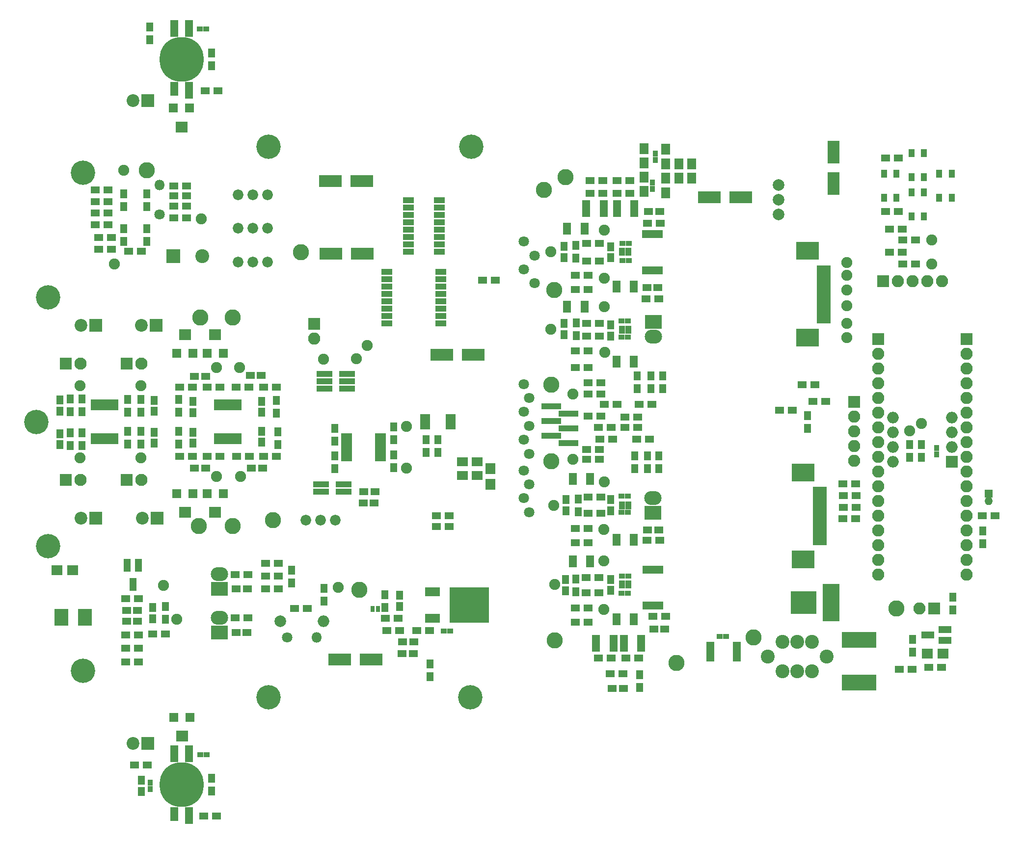
<source format=gts>
G04 #@! TF.FileFunction,Soldermask,Top*
%FSLAX46Y46*%
G04 Gerber Fmt 4.6, Leading zero omitted, Abs format (unit mm)*
G04 Created by KiCad (PCBNEW 4.0.7) date 06/22/19 17:44:06*
%MOMM*%
%LPD*%
G01*
G04 APERTURE LIST*
%ADD10C,0.100000*%
%ADD11C,1.840000*%
%ADD12R,3.000000X2.400000*%
%ADD13O,3.000000X2.400000*%
%ADD14R,2.400000X2.400000*%
%ADD15C,2.400000*%
%ADD16R,1.050000X1.450000*%
%ADD17R,2.100000X2.100000*%
%ADD18O,2.100000X2.100000*%
%ADD19R,1.400000X2.000000*%
%ADD20R,2.400000X2.900000*%
%ADD21R,1.150000X1.600000*%
%ADD22R,1.600000X1.150000*%
%ADD23C,2.000000*%
%ADD24O,2.000000X2.000000*%
%ADD25R,3.900000X2.000000*%
%ADD26R,1.900000X1.650000*%
%ADD27R,1.650000X1.900000*%
%ADD28R,1.400000X2.900000*%
%ADD29C,2.100000*%
%ADD30R,2.200000X2.200000*%
%ADD31C,2.200000*%
%ADD32R,1.300000X1.600000*%
%ADD33R,1.600000X1.300000*%
%ADD34R,1.900000X1.700000*%
%ADD35R,6.000000X2.700000*%
%ADD36R,2.800000X1.140000*%
%ADD37C,2.800000*%
%ADD38R,3.400000X1.050000*%
%ADD39R,2.400000X1.010000*%
%ADD40R,4.000000X3.080000*%
%ADD41R,2.900000X6.400000*%
%ADD42R,4.400000X3.900000*%
%ADD43R,1.700000X1.900000*%
%ADD44R,1.200000X2.200000*%
%ADD45R,2.600000X1.600000*%
%ADD46R,6.800000X6.200000*%
%ADD47R,2.300000X1.200000*%
%ADD48R,1.100000X1.400000*%
%ADD49R,1.600000X1.600000*%
%ADD50R,2.000000X1.900000*%
%ADD51R,0.850000X1.850000*%
%ADD52O,7.700000X7.700000*%
%ADD53R,1.400000X2.400000*%
%ADD54R,2.000000X2.000000*%
%ADD55C,1.900000*%
%ADD56R,1.000000X0.900000*%
%ADD57R,0.900000X1.000000*%
%ADD58R,1.400000X1.400000*%
%ADD59O,1.400000X1.400000*%
%ADD60R,1.400000X3.400000*%
%ADD61R,2.000000X3.900000*%
%ADD62C,1.800000*%
%ADD63O,1.800000X1.800000*%
%ADD64R,0.800000X1.000000*%
%ADD65R,3.600000X1.400000*%
%ADD66R,1.800000X0.700000*%
%ADD67R,1.900000X1.000000*%
%ADD68R,1.850000X0.850000*%
%ADD69C,4.200000*%
G04 APERTURE END LIST*
D10*
D11*
X111400000Y-117000000D03*
X113940000Y-117000000D03*
X116480000Y-117000000D03*
D12*
X171400000Y-82800000D03*
D13*
X171400000Y-85340000D03*
D14*
X88600000Y-71400000D03*
D15*
X93600000Y-71400000D03*
D16*
X220675000Y-61325000D03*
X220675000Y-57175000D03*
X222825000Y-61325000D03*
X222825000Y-57175000D03*
D17*
X210185000Y-85725000D03*
D18*
X210185000Y-88265000D03*
X210185000Y-90805000D03*
X210185000Y-93345000D03*
X210185000Y-95885000D03*
X210185000Y-98425000D03*
X210185000Y-100965000D03*
X210185000Y-103505000D03*
X210185000Y-106045000D03*
X210185000Y-108585000D03*
X210185000Y-111125000D03*
X210185000Y-113665000D03*
X210185000Y-116205000D03*
X210185000Y-118745000D03*
X210185000Y-121285000D03*
X210185000Y-123825000D03*
X210185000Y-126365000D03*
D17*
X225425000Y-85725000D03*
D18*
X225425000Y-88265000D03*
X225425000Y-90805000D03*
X225425000Y-93345000D03*
X225425000Y-95885000D03*
X225425000Y-98425000D03*
X225425000Y-100965000D03*
X225425000Y-103505000D03*
X225425000Y-106045000D03*
X225425000Y-108585000D03*
X225425000Y-111125000D03*
X225425000Y-113665000D03*
X225425000Y-116205000D03*
X225425000Y-118745000D03*
X225425000Y-121285000D03*
X225425000Y-123825000D03*
X225425000Y-126365000D03*
D19*
X159500000Y-80100000D03*
X156500000Y-80100000D03*
D20*
X69300000Y-133700000D03*
X73300000Y-133700000D03*
D21*
X69000000Y-103950000D03*
X69000000Y-102050000D03*
D22*
X80500000Y-132550000D03*
X82400000Y-132550000D03*
X80500000Y-134450000D03*
X82400000Y-134450000D03*
X101350000Y-128800000D03*
X99450000Y-128800000D03*
X101300000Y-136400000D03*
X99400000Y-136400000D03*
D21*
X85250000Y-103700000D03*
X85250000Y-101800000D03*
X85250000Y-96300000D03*
X85250000Y-98200000D03*
X85000000Y-132050000D03*
X85000000Y-133950000D03*
X69000000Y-96250000D03*
X69000000Y-98150000D03*
D22*
X94150000Y-108000000D03*
X92250000Y-108000000D03*
D21*
X92000000Y-101800000D03*
X92000000Y-103700000D03*
D22*
X102050000Y-108000000D03*
X103950000Y-108000000D03*
D21*
X103800000Y-101650000D03*
X103800000Y-103550000D03*
D22*
X101850000Y-92000000D03*
X103750000Y-92000000D03*
X94150000Y-92200000D03*
X92250000Y-92200000D03*
D21*
X103800000Y-98350000D03*
X103800000Y-96450000D03*
X91950000Y-98400000D03*
X91950000Y-96500000D03*
D23*
X107000000Y-134400000D03*
D24*
X114500000Y-134400000D03*
D22*
X121450000Y-112100000D03*
X123350000Y-112100000D03*
X123250000Y-114000000D03*
X121350000Y-114000000D03*
D21*
X83100000Y-161850000D03*
X83100000Y-163750000D03*
D25*
X115800000Y-71000000D03*
X121200000Y-71000000D03*
X115700000Y-58500000D03*
X121100000Y-58500000D03*
X140300000Y-88400000D03*
X134900000Y-88400000D03*
D26*
X140950000Y-106900000D03*
X138450000Y-106900000D03*
X140950000Y-109300000D03*
X138450000Y-109300000D03*
D22*
X130050000Y-138000000D03*
X128150000Y-138000000D03*
D25*
X117300000Y-141000000D03*
X122700000Y-141000000D03*
D27*
X169800000Y-52850000D03*
X169800000Y-55350000D03*
X175750000Y-58000000D03*
X175750000Y-55500000D03*
D22*
X172450000Y-63750000D03*
X170550000Y-63750000D03*
D21*
X156000000Y-83050000D03*
X156000000Y-84950000D03*
X156200000Y-127250000D03*
X156200000Y-129150000D03*
X164050000Y-127200000D03*
X164050000Y-129100000D03*
D22*
X172150000Y-76800000D03*
X170250000Y-76800000D03*
X173350000Y-135800000D03*
X171450000Y-135800000D03*
D28*
X161500000Y-138200000D03*
X164500000Y-138200000D03*
X159800000Y-63200000D03*
X162800000Y-63200000D03*
D29*
X72560000Y-110000000D03*
D17*
X70000000Y-110000000D03*
D29*
X83060000Y-110000000D03*
D17*
X80500000Y-110000000D03*
D30*
X75200000Y-116600000D03*
D31*
X72660000Y-116600000D03*
D30*
X75200000Y-83400000D03*
D31*
X72660000Y-83400000D03*
D30*
X85600000Y-83400000D03*
D31*
X83060000Y-83400000D03*
D29*
X83060000Y-90000000D03*
D17*
X80500000Y-90000000D03*
D30*
X85800000Y-116600000D03*
D31*
X83260000Y-116600000D03*
D29*
X72560000Y-90000000D03*
D17*
X70000000Y-90000000D03*
D30*
X84200000Y-155500000D03*
D31*
X81660000Y-155500000D03*
D30*
X84200000Y-44600000D03*
D31*
X81660000Y-44600000D03*
D32*
X95200000Y-163700000D03*
X95200000Y-161500000D03*
X95200000Y-38600000D03*
X95200000Y-36400000D03*
X198000000Y-101100000D03*
X198000000Y-98900000D03*
D33*
X212150000Y-70750000D03*
X214350000Y-70750000D03*
X212150000Y-66750000D03*
X214350000Y-66750000D03*
D34*
X221350000Y-140000000D03*
X218650000Y-140000000D03*
D19*
X159500000Y-66700000D03*
X156500000Y-66700000D03*
D33*
X157900000Y-77200000D03*
X160100000Y-77200000D03*
D19*
X168000000Y-76700000D03*
X165000000Y-76700000D03*
D33*
X157900000Y-90600000D03*
X160100000Y-90600000D03*
D19*
X168000000Y-89600000D03*
X165000000Y-89600000D03*
X160500000Y-124100000D03*
X157500000Y-124100000D03*
D33*
X157900000Y-134600000D03*
X160100000Y-134600000D03*
D19*
X160500000Y-109900000D03*
X157500000Y-109900000D03*
D33*
X157900000Y-120900000D03*
X160100000Y-120900000D03*
D19*
X168000000Y-120400000D03*
X165000000Y-120400000D03*
D35*
X206850000Y-145000000D03*
X206850000Y-137600000D03*
D23*
X192975000Y-59185000D03*
X192975000Y-61725000D03*
X192975000Y-64265000D03*
D12*
X96550000Y-128800000D03*
D13*
X96550000Y-126260000D03*
D12*
X96550000Y-136400000D03*
D13*
X96550000Y-133860000D03*
D36*
X117950000Y-112035000D03*
X114050000Y-112035000D03*
X117950000Y-110765000D03*
X114050000Y-110765000D03*
X114650000Y-91730000D03*
X118550000Y-91730000D03*
X114650000Y-93000000D03*
X118550000Y-93000000D03*
X114650000Y-94270000D03*
X118550000Y-94270000D03*
D37*
X93000000Y-118000000D03*
X98800000Y-118000000D03*
X93200000Y-82000000D03*
X98800000Y-82000000D03*
X105800000Y-117000000D03*
X84000000Y-56600000D03*
D38*
X153750000Y-97325000D03*
X153750000Y-99865000D03*
X153750000Y-102405000D03*
X156750000Y-98595000D03*
X156750000Y-101135000D03*
X156750000Y-103675000D03*
D39*
X200800000Y-73500000D03*
X200800000Y-74500000D03*
X200800000Y-75500000D03*
X200800000Y-76500000D03*
X200800000Y-77500000D03*
X200800000Y-78500000D03*
X200800000Y-79500000D03*
X200800000Y-80500000D03*
X200800000Y-81500000D03*
X200800000Y-82500000D03*
D40*
X198000000Y-70510000D03*
X198000000Y-85490000D03*
D41*
X202050000Y-131200000D03*
D42*
X197264000Y-131200000D03*
D37*
X175400000Y-141600000D03*
X188700000Y-137200000D03*
X154300000Y-77300000D03*
X154400000Y-137700000D03*
X156250000Y-57750000D03*
X152500000Y-60000000D03*
D17*
X211000000Y-75750000D03*
D18*
X213540000Y-75750000D03*
X216080000Y-75750000D03*
X218620000Y-75750000D03*
X221160000Y-75750000D03*
D37*
X213300000Y-132200000D03*
D17*
X219800000Y-132200000D03*
D18*
X217260000Y-132200000D03*
D37*
X153800000Y-93600000D03*
D43*
X143300000Y-108050000D03*
X143300000Y-110750000D03*
D44*
X82550000Y-124750000D03*
X80650000Y-124750000D03*
X81600000Y-128050000D03*
D45*
X133300000Y-129320000D03*
X133300000Y-133880000D03*
D46*
X139600000Y-131600000D03*
D47*
X221700000Y-137750000D03*
X221700000Y-135850000D03*
X218700000Y-136800000D03*
D48*
X165950000Y-70700000D03*
X167050000Y-70700000D03*
X165950000Y-84100000D03*
X167050000Y-84100000D03*
X165950000Y-128100000D03*
X167050000Y-128100000D03*
X165950000Y-114400000D03*
X167050000Y-114400000D03*
D34*
X68550000Y-125600000D03*
X71250000Y-125600000D03*
D32*
X70800000Y-104100000D03*
X70800000Y-101900000D03*
X72800000Y-104100000D03*
X72800000Y-101900000D03*
D33*
X80350000Y-130550000D03*
X82550000Y-130550000D03*
X101450000Y-126400000D03*
X99250000Y-126400000D03*
X101450000Y-133800000D03*
X99250000Y-133800000D03*
X82550000Y-141450000D03*
X80350000Y-141450000D03*
X82550000Y-136750000D03*
X80350000Y-136750000D03*
X82550000Y-139050000D03*
X80350000Y-139050000D03*
D32*
X80750000Y-103850000D03*
X80750000Y-101650000D03*
X83000000Y-103850000D03*
X83000000Y-101650000D03*
D33*
X85000000Y-136600000D03*
X87200000Y-136600000D03*
D32*
X80750000Y-96150000D03*
X80750000Y-98350000D03*
X83000000Y-96150000D03*
X83000000Y-98350000D03*
X87200000Y-131900000D03*
X87200000Y-134100000D03*
X72800000Y-96100000D03*
X72800000Y-98300000D03*
X70800000Y-96100000D03*
X70800000Y-98300000D03*
X116400000Y-101100000D03*
X116400000Y-103300000D03*
X116400000Y-108100000D03*
X116400000Y-105900000D03*
X89500000Y-103850000D03*
X89500000Y-101650000D03*
D33*
X89650000Y-106000000D03*
X91850000Y-106000000D03*
X134000000Y-116200000D03*
X136200000Y-116200000D03*
D32*
X106600000Y-103900000D03*
X106600000Y-101700000D03*
D33*
X81900000Y-159200000D03*
X84100000Y-159200000D03*
D32*
X84500000Y-34100000D03*
X84500000Y-31900000D03*
D33*
X96600000Y-106000000D03*
X94400000Y-106000000D03*
X106350000Y-106000000D03*
X104150000Y-106000000D03*
X96000000Y-168000000D03*
X93800000Y-168000000D03*
X96300000Y-42900000D03*
X94100000Y-42900000D03*
X99500000Y-106000000D03*
X101700000Y-106000000D03*
D32*
X126600000Y-107900000D03*
X126600000Y-105700000D03*
X126600000Y-100900000D03*
X126600000Y-103100000D03*
X106400000Y-96300000D03*
X106400000Y-98500000D03*
X89500000Y-96150000D03*
X89500000Y-98350000D03*
D33*
X106350000Y-94000000D03*
X104150000Y-94000000D03*
X89650000Y-94000000D03*
X91850000Y-94000000D03*
X99400000Y-94000000D03*
X101600000Y-94000000D03*
D32*
X134200000Y-105300000D03*
X134200000Y-103100000D03*
X132200000Y-105300000D03*
X132200000Y-103100000D03*
D33*
X96600000Y-94000000D03*
X94400000Y-94000000D03*
X106700000Y-126600000D03*
X104500000Y-126600000D03*
X106700000Y-128800000D03*
X104500000Y-128800000D03*
X106700000Y-124400000D03*
X104500000Y-124400000D03*
D32*
X109000000Y-125600000D03*
X109000000Y-127800000D03*
X114600000Y-130900000D03*
X114600000Y-128700000D03*
D33*
X77300000Y-60000000D03*
X75100000Y-60000000D03*
X77300000Y-66000000D03*
X75100000Y-66000000D03*
X77300000Y-64000000D03*
X75100000Y-64000000D03*
X77300000Y-62000000D03*
X75100000Y-62000000D03*
X109500000Y-132200000D03*
X111700000Y-132200000D03*
D32*
X80000000Y-62900000D03*
X80000000Y-60700000D03*
D33*
X88700000Y-59300000D03*
X90900000Y-59300000D03*
X88700000Y-64800000D03*
X90900000Y-64800000D03*
X88700000Y-61000000D03*
X90900000Y-61000000D03*
D32*
X84000000Y-62900000D03*
X84000000Y-60700000D03*
D33*
X83100000Y-70600000D03*
X80900000Y-70600000D03*
X77900000Y-70200000D03*
X75700000Y-70200000D03*
X77900000Y-68200000D03*
X75700000Y-68200000D03*
D32*
X84000000Y-66700000D03*
X84000000Y-68900000D03*
X80000000Y-66700000D03*
X80000000Y-68900000D03*
D33*
X193150000Y-98000000D03*
X195350000Y-98000000D03*
D32*
X132900000Y-141800000D03*
X132900000Y-144000000D03*
D33*
X216000000Y-142750000D03*
X213800000Y-142750000D03*
X161900000Y-140750000D03*
X164100000Y-140750000D03*
X166650000Y-140750000D03*
X168850000Y-140750000D03*
X166100000Y-143500000D03*
X163900000Y-143500000D03*
X132800000Y-136000000D03*
X130600000Y-136000000D03*
X127600000Y-136000000D03*
X125400000Y-136000000D03*
D32*
X125100000Y-132000000D03*
X125100000Y-129800000D03*
D33*
X167300000Y-58400000D03*
X165100000Y-58400000D03*
X162700000Y-58400000D03*
X160500000Y-58400000D03*
X160500000Y-60600000D03*
X162700000Y-60600000D03*
D32*
X216100000Y-137550000D03*
X216100000Y-139750000D03*
D33*
X204100000Y-116700000D03*
X206300000Y-116700000D03*
D32*
X228200000Y-121000000D03*
X228200000Y-118800000D03*
D33*
X206350000Y-114750000D03*
X204150000Y-114750000D03*
X213600000Y-63750000D03*
X211400000Y-63750000D03*
X211400000Y-54500000D03*
X213600000Y-54500000D03*
X197000000Y-93600000D03*
X199200000Y-93600000D03*
X198900000Y-96500000D03*
X201100000Y-96500000D03*
X204100000Y-110700000D03*
X206300000Y-110700000D03*
X206350000Y-112750000D03*
X204150000Y-112750000D03*
X214400000Y-72800000D03*
X216600000Y-72800000D03*
X214400000Y-68600000D03*
X216600000Y-68600000D03*
D32*
X217600000Y-106100000D03*
X217600000Y-103900000D03*
X215600000Y-106100000D03*
X215600000Y-103900000D03*
D33*
X162350000Y-95250000D03*
X160150000Y-95250000D03*
X162350000Y-93250000D03*
X160150000Y-93250000D03*
X165100000Y-97000000D03*
X162900000Y-97000000D03*
X162350000Y-99000000D03*
X160150000Y-99000000D03*
X168700000Y-99200000D03*
X166500000Y-99200000D03*
D32*
X171000000Y-92100000D03*
X171000000Y-94300000D03*
X168600000Y-92100000D03*
X168600000Y-94300000D03*
X158000000Y-69600000D03*
X158000000Y-71800000D03*
D33*
X157900000Y-74700000D03*
X160100000Y-74700000D03*
X162100000Y-72250000D03*
X159900000Y-72250000D03*
X162100000Y-69250000D03*
X159900000Y-69250000D03*
X162100000Y-104750000D03*
X159900000Y-104750000D03*
X162100000Y-106500000D03*
X159900000Y-106500000D03*
X164350000Y-103000000D03*
X162150000Y-103000000D03*
X164100000Y-101000000D03*
X161900000Y-101000000D03*
X171100000Y-97000000D03*
X168900000Y-97000000D03*
X168700000Y-101000000D03*
X166500000Y-101000000D03*
D32*
X173000000Y-92100000D03*
X173000000Y-94300000D03*
X170400000Y-108100000D03*
X170400000Y-105900000D03*
X172350000Y-108100000D03*
X172350000Y-105900000D03*
X158100000Y-82900000D03*
X158100000Y-85100000D03*
D33*
X157900000Y-87800000D03*
X160100000Y-87800000D03*
D32*
X158000000Y-127100000D03*
X158000000Y-129300000D03*
D33*
X157900000Y-132100000D03*
X160100000Y-132100000D03*
X162100000Y-85250000D03*
X159900000Y-85250000D03*
X162100000Y-83000000D03*
X159900000Y-83000000D03*
X162000000Y-129500000D03*
X159800000Y-129500000D03*
X173500000Y-133600000D03*
X171300000Y-133600000D03*
X168500000Y-103000000D03*
X170700000Y-103000000D03*
D32*
X168200000Y-108100000D03*
X168200000Y-105900000D03*
X158400000Y-113300000D03*
X158400000Y-115500000D03*
D33*
X157900000Y-118400000D03*
X160100000Y-118400000D03*
X162300000Y-115800000D03*
X160100000Y-115800000D03*
X172450000Y-120450000D03*
X170250000Y-120450000D03*
D49*
X91500000Y-150980000D03*
X88700000Y-150980000D03*
D50*
X90100000Y-154220000D03*
D49*
X91400000Y-45880000D03*
X88600000Y-45880000D03*
D50*
X90000000Y-49120000D03*
D49*
X92000000Y-112380000D03*
X89200000Y-112380000D03*
D50*
X90600000Y-115620000D03*
D49*
X97200000Y-112380000D03*
X94400000Y-112380000D03*
D50*
X95800000Y-115620000D03*
D49*
X89200000Y-88220000D03*
X92000000Y-88220000D03*
D50*
X90600000Y-84980000D03*
D49*
X94400000Y-88220000D03*
X97200000Y-88220000D03*
D50*
X95800000Y-84980000D03*
D15*
X198740000Y-143040000D03*
X196200000Y-143040000D03*
X193660000Y-143040000D03*
X198740000Y-137960000D03*
X196200000Y-137960000D03*
X193660000Y-137960000D03*
X201280000Y-140500000D03*
X191120000Y-140500000D03*
D51*
X74800000Y-102950000D03*
X75450000Y-102950000D03*
X76100000Y-102950000D03*
X76750000Y-102950000D03*
X77400000Y-102950000D03*
X78050000Y-102950000D03*
X78700000Y-102950000D03*
X78700000Y-97050000D03*
X78050000Y-97050000D03*
X77400000Y-97050000D03*
X76750000Y-97050000D03*
X76100000Y-97050000D03*
X75450000Y-97050000D03*
X74800000Y-97050000D03*
D52*
X90000000Y-37500000D03*
D28*
X88730000Y-32166000D03*
X91270000Y-32166000D03*
X91270000Y-42834000D03*
D53*
X88730000Y-42580000D03*
D54*
X222900000Y-106900000D03*
D24*
X212740000Y-99280000D03*
X222900000Y-104360000D03*
X212740000Y-101820000D03*
X222900000Y-101820000D03*
X212740000Y-104360000D03*
X222900000Y-99280000D03*
X212740000Y-106900000D03*
D11*
X104800000Y-60800000D03*
X102260000Y-60800000D03*
X99720000Y-60800000D03*
X104800000Y-66600000D03*
X102260000Y-66600000D03*
X99720000Y-66600000D03*
X104800000Y-72400000D03*
X102260000Y-72400000D03*
X99720000Y-72400000D03*
D55*
X72500000Y-106250000D03*
X83000000Y-106250000D03*
X83000000Y-93750000D03*
X86900000Y-128200000D03*
X72500000Y-93750000D03*
X122000000Y-86800000D03*
X120150000Y-89100000D03*
X114500000Y-89200000D03*
X96000000Y-109400000D03*
X100200000Y-109400000D03*
X128800000Y-100800000D03*
X128800000Y-108000000D03*
X100000000Y-90600000D03*
X96000000Y-90600000D03*
X117000000Y-128600000D03*
X80000000Y-56600000D03*
X93400000Y-65000000D03*
X78400000Y-72800000D03*
X219400000Y-68600000D03*
X204750000Y-85500000D03*
X204750000Y-74750000D03*
X204750000Y-72500000D03*
X204750000Y-83000000D03*
X204750000Y-80000000D03*
X204750000Y-77250000D03*
X157500000Y-95250000D03*
X153700000Y-70700000D03*
X157500000Y-106500000D03*
X162900000Y-66900000D03*
X162900000Y-75200000D03*
X154400000Y-128100000D03*
X162900000Y-80100000D03*
X163000000Y-88000000D03*
X162800000Y-132400000D03*
X162800000Y-124000000D03*
X162800000Y-118600000D03*
X89200000Y-134100000D03*
D19*
X168000000Y-134100000D03*
X165000000Y-134100000D03*
D56*
X93250000Y-157400000D03*
X94350000Y-157400000D03*
X93150000Y-32200000D03*
X94250000Y-32200000D03*
D57*
X84600000Y-162250000D03*
X84600000Y-163350000D03*
D56*
X166050000Y-72200000D03*
X167150000Y-72200000D03*
X165850000Y-82600000D03*
X166950000Y-82600000D03*
X165850000Y-85400000D03*
X166950000Y-85400000D03*
X165850000Y-115600000D03*
X166950000Y-115600000D03*
X165850000Y-112800000D03*
X166950000Y-112800000D03*
X165850000Y-129600000D03*
X166950000Y-129600000D03*
D27*
X173500000Y-60500000D03*
X173500000Y-58000000D03*
X169750000Y-60250000D03*
X169750000Y-57750000D03*
D57*
X171750000Y-54800000D03*
X171750000Y-53700000D03*
D16*
X211175000Y-61325000D03*
X211175000Y-57175000D03*
X213325000Y-61325000D03*
X213325000Y-57175000D03*
X215925000Y-64575000D03*
X215925000Y-60425000D03*
X218075000Y-64575000D03*
X218075000Y-60425000D03*
X215925000Y-57825000D03*
X215925000Y-53675000D03*
X218075000Y-57825000D03*
X218075000Y-53675000D03*
D39*
X200050000Y-111750000D03*
X200050000Y-112750000D03*
X200050000Y-113750000D03*
X200050000Y-114750000D03*
X200050000Y-115750000D03*
X200050000Y-116750000D03*
X200050000Y-117750000D03*
X200050000Y-118750000D03*
X200050000Y-119750000D03*
X200050000Y-120750000D03*
D40*
X197250000Y-108760000D03*
X197250000Y-123740000D03*
D57*
X220200000Y-105650000D03*
X220200000Y-104550000D03*
D32*
X223000000Y-132500000D03*
X223000000Y-130300000D03*
D33*
X221100000Y-142400000D03*
X218900000Y-142400000D03*
X230300000Y-116200000D03*
X228100000Y-116200000D03*
D37*
X153800000Y-106800000D03*
D55*
X154200000Y-114400000D03*
D58*
X229200000Y-112400000D03*
D59*
X229200000Y-113670000D03*
D33*
X134000000Y-118100000D03*
X136200000Y-118100000D03*
D22*
X129950000Y-140000000D03*
X128050000Y-140000000D03*
D60*
X181200000Y-139700000D03*
X185800000Y-139700000D03*
D22*
X164300000Y-146000000D03*
X166200000Y-146000000D03*
D56*
X136350000Y-136100000D03*
X135250000Y-136100000D03*
D21*
X127600000Y-129950000D03*
X127600000Y-131850000D03*
D61*
X202500000Y-58900000D03*
X202500000Y-53500000D03*
D27*
X178000000Y-55500000D03*
X178000000Y-58000000D03*
D57*
X171250000Y-59800000D03*
X171250000Y-58700000D03*
D27*
X173500000Y-55500000D03*
X173500000Y-53000000D03*
D21*
X156000000Y-69750000D03*
X156000000Y-71650000D03*
X164000000Y-69800000D03*
X164000000Y-71700000D03*
X156300000Y-113450000D03*
X156300000Y-115350000D03*
D56*
X166050000Y-69200000D03*
X167150000Y-69200000D03*
D21*
X164000000Y-113450000D03*
X164000000Y-115350000D03*
D28*
X166300000Y-138200000D03*
X169300000Y-138200000D03*
D56*
X165950000Y-126650000D03*
X167050000Y-126650000D03*
D22*
X172300000Y-118700000D03*
X170400000Y-118700000D03*
D28*
X165100000Y-63200000D03*
X168100000Y-63200000D03*
D17*
X206000000Y-96550000D03*
D18*
X206000000Y-99090000D03*
X206000000Y-101630000D03*
X206000000Y-104170000D03*
X206000000Y-106710000D03*
D55*
X219400000Y-72800000D03*
X215600000Y-101600000D03*
X217600000Y-100300000D03*
X153700000Y-84000000D03*
X162900000Y-110400000D03*
D12*
X171300000Y-115700000D03*
D13*
X171300000Y-113160000D03*
D62*
X108200000Y-137200000D03*
D63*
X113280000Y-137200000D03*
D33*
X88700000Y-62800000D03*
X90900000Y-62800000D03*
D62*
X86200000Y-64200000D03*
D63*
X86200000Y-59120000D03*
D33*
X141900000Y-75600000D03*
X144100000Y-75600000D03*
D32*
X169000000Y-143650000D03*
X169000000Y-145850000D03*
D33*
X125200000Y-133900000D03*
X127400000Y-133900000D03*
D64*
X122950000Y-132300000D03*
X123850000Y-132300000D03*
D33*
X165100000Y-60600000D03*
X167300000Y-60600000D03*
X172600000Y-65750000D03*
X170400000Y-65750000D03*
D65*
X171250000Y-67650000D03*
X171250000Y-73850000D03*
D33*
X162000000Y-126900000D03*
X159800000Y-126900000D03*
X172300000Y-78800000D03*
X170100000Y-78800000D03*
D65*
X171300000Y-125500000D03*
X171300000Y-131700000D03*
D33*
X162300000Y-113000000D03*
X160100000Y-113000000D03*
D52*
X90000000Y-162600000D03*
D28*
X88730000Y-157266000D03*
X91270000Y-157266000D03*
X91270000Y-167934000D03*
D53*
X88730000Y-167680000D03*
D66*
X132000000Y-99000000D03*
X132000000Y-99500000D03*
X132000000Y-100000000D03*
X132000000Y-100500000D03*
X132000000Y-101000000D03*
X136400000Y-101000000D03*
X136400000Y-100500000D03*
X136400000Y-100000000D03*
X136400000Y-99500000D03*
X136400000Y-99000000D03*
D67*
X129100000Y-61755000D03*
X129100000Y-63025000D03*
X129100000Y-64295000D03*
X129100000Y-65565000D03*
X129100000Y-66835000D03*
X129100000Y-68105000D03*
X129100000Y-69375000D03*
X129100000Y-70645000D03*
X134500000Y-70645000D03*
X134500000Y-69375000D03*
X134500000Y-68105000D03*
X134500000Y-66835000D03*
X134500000Y-65565000D03*
X134500000Y-64295000D03*
X134500000Y-63025000D03*
X134500000Y-61755000D03*
X125450000Y-74155000D03*
X125450000Y-75425000D03*
X125450000Y-76695000D03*
X125450000Y-77965000D03*
X125450000Y-79235000D03*
X125450000Y-80505000D03*
X125450000Y-81775000D03*
X125450000Y-83045000D03*
X134750000Y-83045000D03*
X134750000Y-81775000D03*
X134750000Y-80505000D03*
X134750000Y-79235000D03*
X134750000Y-77965000D03*
X134750000Y-76695000D03*
X134750000Y-75425000D03*
X134750000Y-74155000D03*
D68*
X118450000Y-102450000D03*
X118450000Y-103100000D03*
X118450000Y-103750000D03*
X118450000Y-104400000D03*
X118450000Y-105050000D03*
X118450000Y-105700000D03*
X118450000Y-106350000D03*
X124350000Y-106350000D03*
X124350000Y-105700000D03*
X124350000Y-105050000D03*
X124350000Y-104400000D03*
X124350000Y-103750000D03*
X124350000Y-103100000D03*
X124350000Y-102450000D03*
D51*
X96050000Y-102950000D03*
X96700000Y-102950000D03*
X97350000Y-102950000D03*
X98000000Y-102950000D03*
X98650000Y-102950000D03*
X99300000Y-102950000D03*
X99950000Y-102950000D03*
X99950000Y-97050000D03*
X99300000Y-97050000D03*
X98650000Y-97050000D03*
X98000000Y-97050000D03*
X97350000Y-97050000D03*
X96700000Y-97050000D03*
X96050000Y-97050000D03*
D21*
X164000000Y-83300000D03*
X164000000Y-85200000D03*
D56*
X182850000Y-137000000D03*
X183950000Y-137000000D03*
D25*
X181050000Y-61250000D03*
X186450000Y-61250000D03*
D69*
X67000000Y-121500000D03*
X67000000Y-78500000D03*
X73000000Y-57000000D03*
X73000000Y-143000000D03*
X139800000Y-147500000D03*
X140000000Y-52500000D03*
X105000000Y-147500000D03*
X105000000Y-52500000D03*
X65000000Y-100000000D03*
D62*
X149000000Y-98300000D03*
X150000000Y-95900000D03*
X150000000Y-110800000D03*
X149000000Y-73700000D03*
X149000000Y-108400000D03*
X150900000Y-71300000D03*
X149000000Y-113200000D03*
X149000000Y-93500000D03*
X150000000Y-105500000D03*
X150000000Y-100700000D03*
X150000000Y-115600000D03*
X149000000Y-103100000D03*
D37*
X120700000Y-129000000D03*
X110600000Y-70750000D03*
D62*
X149000000Y-68900000D03*
X150900000Y-76100000D03*
D17*
X112900000Y-83100000D03*
D18*
X112900000Y-85640000D03*
M02*

</source>
